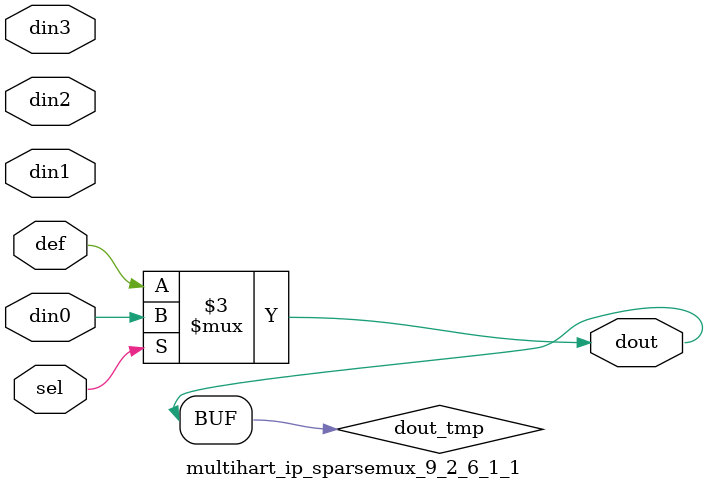
<source format=v>
`timescale 1ns / 1ps

module multihart_ip_sparsemux_9_2_6_1_1 (din0,din1,din2,din3,def,sel,dout);

parameter din0_WIDTH = 1;

parameter din1_WIDTH = 1;

parameter din2_WIDTH = 1;

parameter din3_WIDTH = 1;

parameter def_WIDTH = 1;
parameter sel_WIDTH = 1;
parameter dout_WIDTH = 1;

parameter [sel_WIDTH-1:0] CASE0 = 1;

parameter [sel_WIDTH-1:0] CASE1 = 1;

parameter [sel_WIDTH-1:0] CASE2 = 1;

parameter [sel_WIDTH-1:0] CASE3 = 1;

parameter ID = 1;
parameter NUM_STAGE = 1;



input [din0_WIDTH-1:0] din0;

input [din1_WIDTH-1:0] din1;

input [din2_WIDTH-1:0] din2;

input [din3_WIDTH-1:0] din3;

input [def_WIDTH-1:0] def;
input [sel_WIDTH-1:0] sel;

output [dout_WIDTH-1:0] dout;



reg [dout_WIDTH-1:0] dout_tmp;


always @ (*) begin
(* parallel_case *) case (sel)
    
    CASE0 : dout_tmp = din0;
    
    CASE1 : dout_tmp = din1;
    
    CASE2 : dout_tmp = din2;
    
    CASE3 : dout_tmp = din3;
    
    default : dout_tmp = def;
endcase
end


assign dout = dout_tmp;



endmodule

</source>
